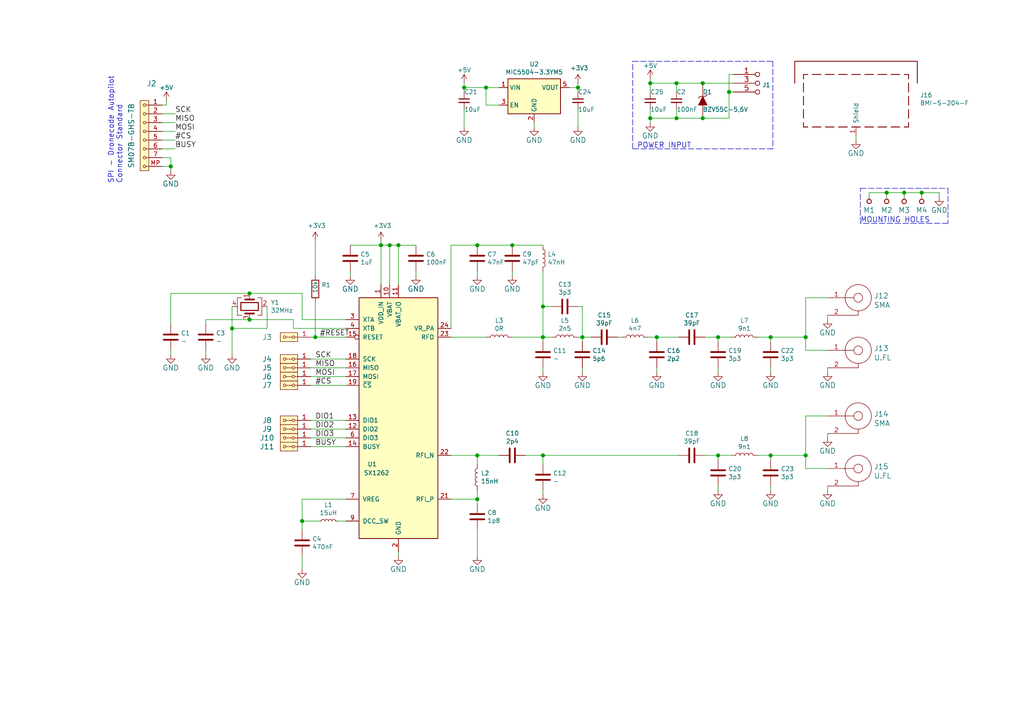
<source format=kicad_sch>
(kicad_sch (version 20201015) (generator eeschema)
  (page 1 1)
  (paper "A4")
  (title_block (title "ISM02A") (date "%F") (company "MLAB www.mlab.cz") (comment 2 "ISM RF module with LoRa network capability") (comment 3 "info@mlab.cz") (comment 4 "GPL 3.0") (comment 6 "jacho,cernohorsky"))
  (lib_symbols
    (symbol "ISM02A-rescue:C-Device-ISM02A-rescue" (pin_numbers hide) (pin_names (offset 0.254))
      (property "Reference" "C" (at 0.635 2.54 0))
      (property "Value" "C-Device-ISM02A-rescue" (at 0.635 -2.54 0))
      (symbol "C-Device-ISM02A-rescue_1_1"
        (pin passive line (at 0 3.81 270) (length 2.794) (name "~") (number "1"))
        (pin passive line (at 0 -3.81 90) (length 2.794) (name "~") (number "2"))
      )
    )
    (symbol "ISM02A-rescue:C_Small-Device-ISM02A-rescue" (pin_numbers hide) (pin_names (offset 0.254) hide)
      (property "Reference" "C" (at 0.254 1.778 0))
      (property "Value" "C_Small-Device-ISM02A-rescue" (at 0.254 -2.032 0))
      (symbol "C_Small-Device-ISM02A-rescue_1_1"
        (pin passive line (at 0 2.54 270) (length 2.032) (name "~") (number "1"))
        (pin passive line (at 0 -2.54 90) (length 2.032) (name "~") (number "2"))
      )
    )
    (symbol "ISM02A-rescue:Crystal_GND24-Device-ISM02A-rescue" (pin_names (offset 1.016) hide)
      (property "Reference" "Y" (at 3.175 5.08 0))
      (property "Value" "Crystal_GND24-Device-ISM02A-rescue" (at 3.175 3.175 0))
      (symbol "Crystal_GND24-Device-ISM02A-rescue_1_1"
        (pin passive line (at -3.81 0 0) (length 1.27) (name "1") (number "1"))
        (pin passive line (at 0 5.08 270) (length 1.27) (name "2") (number "2"))
        (pin passive line (at 3.81 0 180) (length 1.27) (name "3") (number "3"))
        (pin passive line (at 0 -5.08 90) (length 1.27) (name "4") (number "4"))
      )
    )
    (symbol "ISM02A-rescue:D_ZENER-MLAB_D" (pin_numbers hide) (pin_names (offset 1.016) hide)
      (property "Reference" "D" (at 0 2.54 0))
      (property "Value" "D_ZENER-MLAB_D" (at 0 -2.54 0))
      (symbol "D_ZENER-MLAB_D_1_1"
        (pin passive line (at -5.08 0 0) (length 3.81) (name "K") (number "1"))
        (pin passive line (at 5.08 0 180) (length 3.81) (name "A") (number "2"))
      )
    )
    (symbol "ISM02A-rescue:HEADER_2x01_PARALLEL-MLAB_HEADER" (pin_names (offset 1.016))
      (property "Reference" "J" (at 0 -2.54 0))
      (property "Value" "HEADER_2x01_PARALLEL-MLAB_HEADER" (at 0 2.54 0))
      (symbol "HEADER_2x01_PARALLEL-MLAB_HEADER_1_1"
        (pin input line (at -6.35 0 0) (length 3.81) (name "~") (number "1"))
        (pin input line (at -6.35 0 0) (length 3.81) hide (name "~") (number "2"))
      )
    )
    (symbol "ISM02A-rescue:HOLE-MLAB_MECHANICAL" (pin_numbers hide) (pin_names (offset 1.016) hide)
      (property "Reference" "M" (at 0 2.54 0))
      (property "Value" "HOLE-MLAB_MECHANICAL" (at 0 -2.54 0))
      (symbol "HOLE-MLAB_MECHANICAL_1_1"
        (pin input line (at 1.27 0 180) (length 0.635) (name "~") (number "1"))
      )
    )
    (symbol "ISM02A-rescue:JUMP_3X2-MLAB_Jumpers" (pin_names (offset 1.016) hide)
      (property "Reference" "J" (at -8.89 5.08 0))
      (symbol "JUMP_3X2-MLAB_Jumpers_1_1"
        (pin passive inverted (at -10.16 3.81 0) (length 7.62) (name "2") (number "1"))
        (pin passive inverted (at -10.16 3.81 0) (length 7.62) hide (name "2") (number "2"))
        (pin passive inverted (at -10.16 1.27 0) (length 7.62) (name "4") (number "3"))
        (pin passive inverted (at -10.16 1.27 0) (length 7.62) hide (name "4") (number "4"))
        (pin passive inverted (at -10.16 -1.27 0) (length 7.62) (name "6") (number "5"))
        (pin passive inverted (at -10.16 -1.27 0) (length 7.62) hide (name "6") (number "6"))
      )
    )
    (symbol "ISM02A-rescue:L-Device-ISM02A-rescue" (pin_numbers hide) (pin_names (offset 1.016) hide)
      (property "Reference" "L" (at -1.27 0 90))
      (property "Value" "L-Device-ISM02A-rescue" (at 1.905 0 90))
      (symbol "L-Device-ISM02A-rescue_1_1"
        (pin passive line (at 0 3.81 270) (length 1.27) (name "1") (number "1"))
        (pin passive line (at 0 -3.81 90) (length 1.27) (name "2") (number "2"))
      )
    )
    (symbol "ISM02A-rescue:L_Small-Device-ISM02A-rescue" (pin_numbers hide) (pin_names (offset 0.254) hide)
      (property "Reference" "L" (at 0.762 1.016 0))
      (property "Value" "L_Small-Device-ISM02A-rescue" (at 0.762 -1.016 0))
      (symbol "L_Small-Device-ISM02A-rescue_1_1"
        (pin passive line (at 0 2.54 270) (length 0.508) (name "~") (number "1"))
        (pin passive line (at 0 -2.54 90) (length 0.508) (name "~") (number "2"))
      )
    )
    (symbol "ISM02A-rescue:MIC5504-3.3YM5-Regulator_Linear-ISM02A-rescue"
      (property "Reference" "U" (at -7.62 8.89 0))
      (property "Value" "MIC5504-3.3YM5-Regulator_Linear-ISM02A-rescue" (at -7.62 6.35 0))
      (symbol "MIC5504-3.3YM5-Regulator_Linear-ISM02A-rescue_1_1"
        (pin power_in line (at -10.16 2.54 0) (length 2.54) (name "VIN") (number "1"))
        (pin power_in line (at 0 -7.62 90) (length 2.54) (name "GND") (number "2"))
        (pin input line (at -10.16 -2.54 0) (length 2.54) (name "EN") (number "3"))
        (pin unconnected line (at 7.62 -2.54 180) (length 2.54) hide (name "NC") (number "4"))
        (pin power_out line (at 10.16 2.54 180) (length 2.54) (name "VOUT") (number "5"))
      )
    )
    (symbol "ISM02A-rescue:R-Device-ISM02A-rescue" (pin_numbers hide) (pin_names (offset 0))
      (property "Reference" "R" (at 2.032 0 90))
      (property "Value" "R-Device-ISM02A-rescue" (at 0 0 90))
      (symbol "R-Device-ISM02A-rescue_1_1"
        (pin passive line (at 0 3.81 270) (length 1.27) (name "~") (number "1"))
        (pin passive line (at 0 -3.81 90) (length 1.27) (name "~") (number "2"))
      )
    )
    (symbol "ISM02A-rescue:RF_Shield_Two_Pieces-device" (pin_names (offset 1.016))
      (property "Reference" "J" (at 0 5.08 0))
      (property "Value" "RF_Shield_Two_Pieces-device" (at 0 2.54 0))
      (symbol "RF_Shield_Two_Pieces-device_1_1"
        (pin passive line (at 0 -10.16 90) (length 2.54) (name "Shield") (number "1"))
      )
    )
    (symbol "ISM02A-rescue:SM07B-GHS-TB-MLAB_CONNECTORS_JST-ISM02A-rescue" (pin_names (offset 1.016))
      (property "Reference" "J" (at 0 -11.43 0))
      (property "Value" "SM07B-GHS-TB-MLAB_CONNECTORS_JST-ISM02A-rescue" (at 0 11.43 0))
      (symbol "SM07B-GHS-TB-MLAB_CONNECTORS_JST-ISM02A-rescue_1_1"
        (pin input line (at -5.08 8.89 0) (length 3.81) (name "~") (number "1"))
        (pin input line (at -5.08 6.35 0) (length 3.81) (name "~") (number "2"))
        (pin input line (at -5.08 3.81 0) (length 3.81) (name "~") (number "3"))
        (pin input line (at -5.08 1.27 0) (length 3.81) (name "~") (number "4"))
        (pin input line (at -5.08 -1.27 0) (length 3.81) (name "~") (number "5"))
        (pin input line (at -5.08 -3.81 0) (length 3.81) (name "~") (number "6"))
        (pin input line (at -5.08 -6.35 0) (length 3.81) (name "~") (number "7"))
        (pin input line (at -5.08 -8.89 0) (length 3.81) (name "~") (number "MP"))
      )
    )
    (symbol "ISM02A-rescue:SMA-MLAB_CONNECTORS" (pin_names (offset 1.016))
      (property "Reference" "J" (at 0 5.08 0))
      (property "Value" "SMA-MLAB_CONNECTORS" (at 3.81 -5.08 0))
      (symbol "SMA-MLAB_CONNECTORS_1_1"
        (pin unspecified line (at -8.89 0 0) (length 5.08) (name "~") (number "1"))
        (pin unspecified line (at -8.89 -5.08 0) (length 5.08) (name "~") (number "2"))
      )
    )
    (symbol "ISM02A-rescue:SX1262-MLAB_IO-ISM02A-rescue" (pin_names (offset 1.016))
      (property "Reference" "U" (at -15.24 25.4 0))
      (property "Value" "SX1262-MLAB_IO-ISM02A-rescue" (at -15.24 22.86 0))
      (symbol "SX1262-MLAB_IO-ISM02A-rescue_1_1"
        (pin power_in line (at -5.08 25.4 270) (length 3.81) (name "VDD_IN") (number "1"))
        (pin power_in line (at -2.54 25.4 270) (length 3.81) (name "VBAT") (number "10"))
        (pin power_in line (at 0 25.4 270) (length 3.81) (name "VBAT_IO") (number "11"))
        (pin bidirectional line (at -15.24 -16.51 0) (length 3.81) (name "DIO2") (number "12"))
        (pin bidirectional line (at -15.24 -13.97 0) (length 3.81) (name "DIO1") (number "13"))
        (pin passive line (at -15.24 -21.59 0) (length 3.81) (name "BUSY") (number "14"))
        (pin input inverted (at -15.24 10.16 0) (length 3.81) (name "RESET") (number "15"))
        (pin output line (at -15.24 1.27 0) (length 3.81) (name "MISO") (number "16"))
        (pin input line (at -15.24 -1.27 0) (length 3.81) (name "MOSI") (number "17"))
        (pin input line (at -15.24 3.81 0) (length 3.81) (name "SCK") (number "18"))
        (pin input line (at -15.24 -3.81 0) (length 3.81) (name "~CS~") (number "19"))
        (pin power_in line (at 0 -52.07 90) (length 3.81) (name "GND") (number "2"))
        (pin passive line (at 0 -52.07 90) (length 3.81) hide (name "GND") (number "20"))
        (pin input line (at 15.24 -36.83 180) (length 3.81) (name "RFI_P") (number "21"))
        (pin input line (at 15.24 -24.13 180) (length 3.81) (name "RFI_N") (number "22"))
        (pin output line (at 15.24 10.16 180) (length 3.81) (name "RFO") (number "23"))
        (pin unspecified line (at 15.24 12.7 180) (length 3.81) (name "VR_PA") (number "24"))
        (pin power_in line (at 0 -52.07 90) (length 3.81) hide (name "GND") (number "25"))
        (pin bidirectional line (at -15.24 15.24 0) (length 3.81) (name "XTA") (number "3"))
        (pin bidirectional line (at -15.24 12.7 0) (length 3.81) (name "XTB") (number "4"))
        (pin passive line (at 0 -52.07 90) (length 3.81) hide (name "GND") (number "5"))
        (pin bidirectional line (at -15.24 -19.05 0) (length 3.81) (name "DIO3") (number "6"))
        (pin passive line (at -15.24 -36.83 0) (length 3.81) (name "VREG") (number "7"))
        (pin passive line (at 0 -52.07 90) (length 3.81) hide (name "GND") (number "8"))
        (pin passive line (at -15.24 -43.18 0) (length 3.81) (name "DCC_SW") (number "9"))
      )
    )
    (symbol "power:+3.3V" (power) (pin_names (offset 0))
      (property "Value" "+3.3V" (at 0 3.556 0))
      (symbol "+3.3V_1_1"
        (pin power_in line (at 0 0 90) (length 0) hide (name "+3V3") (number "1"))
      )
    )
    (symbol "power:+5V" (power) (pin_names (offset 0))
      (property "Value" "+5V" (at 0 3.556 0))
      (symbol "+5V_1_1"
        (pin power_in line (at 0 0 90) (length 0) hide (name "+5V") (number "1"))
      )
    )
    (symbol "power:GND" (power) (pin_names (offset 0))
      (property "Value" "GND" (at 0 -3.81 0))
      (symbol "GND_1_1"
        (pin power_in line (at 0 0 270) (length 0) hide (name "GND") (number "1"))
      )
    )
  )
  (junction (at 49.53 48.26) (diameter 1.016))
  (junction (at 67.31 95.25) (diameter 1.016))
  (junction (at 72.39 85.09) (diameter 1.016))
  (junction (at 72.39 92.71) (diameter 1.016))
  (junction (at 87.63 151.13) (diameter 1.016))
  (junction (at 91.44 97.79) (diameter 1.016))
  (junction (at 110.49 71.12) (diameter 1.016))
  (junction (at 113.03 71.12) (diameter 1.016))
  (junction (at 115.57 71.12) (diameter 1.016))
  (junction (at 134.62 25.4) (diameter 1.016))
  (junction (at 138.43 71.12) (diameter 1.016))
  (junction (at 138.43 132.08) (diameter 1.016))
  (junction (at 138.43 144.78) (diameter 1.016))
  (junction (at 140.97 25.4) (diameter 1.016))
  (junction (at 148.59 71.12) (diameter 1.016))
  (junction (at 157.48 88.9) (diameter 1.016))
  (junction (at 157.48 97.79) (diameter 1.016))
  (junction (at 157.48 132.08) (diameter 1.016))
  (junction (at 167.64 25.4) (diameter 1.016))
  (junction (at 168.91 97.79) (diameter 1.016))
  (junction (at 188.595 24.13) (diameter 1.016))
  (junction (at 188.595 34.29) (diameter 1.016))
  (junction (at 190.5 97.79) (diameter 1.016))
  (junction (at 196.215 24.13) (diameter 1.016))
  (junction (at 196.215 34.29) (diameter 1.016))
  (junction (at 203.835 24.13) (diameter 1.016))
  (junction (at 203.835 34.29) (diameter 1.016))
  (junction (at 208.28 97.79) (diameter 1.016))
  (junction (at 208.28 132.08) (diameter 1.016))
  (junction (at 211.455 26.67) (diameter 1.016))
  (junction (at 223.52 97.79) (diameter 1.016))
  (junction (at 223.52 132.08) (diameter 1.016))
  (junction (at 233.68 97.79) (diameter 1.016))
  (junction (at 233.68 132.08) (diameter 1.016))
  (junction (at 257.175 55.88) (diameter 1.016))
  (junction (at 262.255 55.88) (diameter 1.016))
  (junction (at 267.335 55.88) (diameter 1.016))
  (wire (pts (xy 46.99 30.48) (xy 48.26 30.48)))
  (wire (pts (xy 46.99 33.02) (xy 50.8 33.02)))
  (wire (pts (xy 46.99 35.56) (xy 50.8 35.56)))
  (wire (pts (xy 46.99 38.1) (xy 50.8 38.1)))
  (wire (pts (xy 46.99 40.64) (xy 50.8 40.64)))
  (wire (pts (xy 46.99 43.18) (xy 50.8 43.18)))
  (wire (pts (xy 46.99 45.72) (xy 49.53 45.72)))
  (wire (pts (xy 46.99 48.26) (xy 49.53 48.26)))
  (wire (pts (xy 48.26 30.48) (xy 48.26 29.21)))
  (wire (pts (xy 49.53 45.72) (xy 49.53 48.26)))
  (wire (pts (xy 49.53 48.26) (xy 49.53 49.53)))
  (wire (pts (xy 49.53 85.09) (xy 49.53 93.98)))
  (wire (pts (xy 49.53 85.09) (xy 72.39 85.09)))
  (wire (pts (xy 49.53 101.6) (xy 49.53 102.87)))
  (wire (pts (xy 59.69 92.71) (xy 59.69 93.98)))
  (wire (pts (xy 59.69 92.71) (xy 72.39 92.71)))
  (wire (pts (xy 59.69 101.6) (xy 59.69 102.87)))
  (wire (pts (xy 67.31 88.9) (xy 67.31 95.25)))
  (wire (pts (xy 67.31 95.25) (xy 67.31 102.87)))
  (wire (pts (xy 72.39 85.09) (xy 87.63 85.09)))
  (wire (pts (xy 72.39 92.71) (xy 85.09 92.71)))
  (wire (pts (xy 77.47 88.9) (xy 77.47 95.25)))
  (wire (pts (xy 77.47 95.25) (xy 67.31 95.25)))
  (wire (pts (xy 85.09 92.71) (xy 85.09 95.25)))
  (wire (pts (xy 85.09 95.25) (xy 100.33 95.25)))
  (wire (pts (xy 87.63 92.71) (xy 87.63 85.09)))
  (wire (pts (xy 87.63 144.78) (xy 87.63 151.13)))
  (wire (pts (xy 87.63 151.13) (xy 87.63 153.67)))
  (wire (pts (xy 87.63 161.29) (xy 87.63 165.1)))
  (wire (pts (xy 90.17 97.79) (xy 91.44 97.79)))
  (wire (pts (xy 90.17 104.14) (xy 100.33 104.14)))
  (wire (pts (xy 90.17 106.68) (xy 100.33 106.68)))
  (wire (pts (xy 90.17 109.22) (xy 100.33 109.22)))
  (wire (pts (xy 90.17 111.76) (xy 100.33 111.76)))
  (wire (pts (xy 90.17 121.92) (xy 100.33 121.92)))
  (wire (pts (xy 90.17 124.46) (xy 100.33 124.46)))
  (wire (pts (xy 90.17 127) (xy 100.33 127)))
  (wire (pts (xy 90.17 129.54) (xy 100.33 129.54)))
  (wire (pts (xy 91.44 69.85) (xy 91.44 80.01)))
  (wire (pts (xy 91.44 87.63) (xy 91.44 97.79)))
  (wire (pts (xy 91.44 97.79) (xy 100.33 97.79)))
  (wire (pts (xy 92.71 151.13) (xy 87.63 151.13)))
  (wire (pts (xy 100.33 92.71) (xy 87.63 92.71)))
  (wire (pts (xy 100.33 144.78) (xy 87.63 144.78)))
  (wire (pts (xy 100.33 151.13) (xy 97.79 151.13)))
  (wire (pts (xy 101.6 71.12) (xy 110.49 71.12)))
  (wire (pts (xy 101.6 78.74) (xy 101.6 80.01)))
  (wire (pts (xy 110.49 69.85) (xy 110.49 71.12)))
  (wire (pts (xy 110.49 71.12) (xy 110.49 82.55)))
  (wire (pts (xy 110.49 71.12) (xy 113.03 71.12)))
  (wire (pts (xy 113.03 71.12) (xy 113.03 82.55)))
  (wire (pts (xy 113.03 71.12) (xy 115.57 71.12)))
  (wire (pts (xy 115.57 71.12) (xy 115.57 82.55)))
  (wire (pts (xy 115.57 71.12) (xy 120.65 71.12)))
  (wire (pts (xy 115.57 160.02) (xy 115.57 161.29)))
  (wire (pts (xy 120.65 78.74) (xy 120.65 80.01)))
  (wire (pts (xy 130.81 71.12) (xy 138.43 71.12)))
  (wire (pts (xy 130.81 95.25) (xy 130.81 71.12)))
  (wire (pts (xy 130.81 97.79) (xy 140.97 97.79)))
  (wire (pts (xy 130.81 132.08) (xy 138.43 132.08)))
  (wire (pts (xy 130.81 144.78) (xy 138.43 144.78)))
  (wire (pts (xy 134.62 24.13) (xy 134.62 25.4)))
  (wire (pts (xy 134.62 25.4) (xy 134.62 26.67)))
  (wire (pts (xy 134.62 31.75) (xy 134.62 36.83)))
  (wire (pts (xy 138.43 71.12) (xy 148.59 71.12)))
  (wire (pts (xy 138.43 78.74) (xy 138.43 80.01)))
  (wire (pts (xy 138.43 132.08) (xy 144.78 132.08)))
  (wire (pts (xy 138.43 134.62) (xy 138.43 132.08)))
  (wire (pts (xy 138.43 144.78) (xy 138.43 142.24)))
  (wire (pts (xy 138.43 144.78) (xy 138.43 146.05)))
  (wire (pts (xy 138.43 153.67) (xy 138.43 161.29)))
  (wire (pts (xy 140.97 25.4) (xy 134.62 25.4)))
  (wire (pts (xy 140.97 25.4) (xy 144.78 25.4)))
  (wire (pts (xy 140.97 30.48) (xy 140.97 25.4)))
  (wire (pts (xy 144.78 30.48) (xy 140.97 30.48)))
  (wire (pts (xy 148.59 71.12) (xy 157.48 71.12)))
  (wire (pts (xy 148.59 78.74) (xy 148.59 80.01)))
  (wire (pts (xy 152.4 132.08) (xy 157.48 132.08)))
  (wire (pts (xy 154.94 35.56) (xy 154.94 36.83)))
  (wire (pts (xy 157.48 78.74) (xy 157.48 88.9)))
  (wire (pts (xy 157.48 88.9) (xy 157.48 97.79)))
  (wire (pts (xy 157.48 88.9) (xy 160.02 88.9)))
  (wire (pts (xy 157.48 97.79) (xy 148.59 97.79)))
  (wire (pts (xy 157.48 97.79) (xy 157.48 99.06)))
  (wire (pts (xy 157.48 97.79) (xy 160.02 97.79)))
  (wire (pts (xy 157.48 106.68) (xy 157.48 107.95)))
  (wire (pts (xy 157.48 132.08) (xy 157.48 134.62)))
  (wire (pts (xy 157.48 132.08) (xy 196.85 132.08)))
  (wire (pts (xy 157.48 142.24) (xy 157.48 143.51)))
  (wire (pts (xy 165.1 25.4) (xy 167.64 25.4)))
  (wire (pts (xy 167.64 25.4) (xy 167.64 24.13)))
  (wire (pts (xy 167.64 26.67) (xy 167.64 25.4)))
  (wire (pts (xy 167.64 31.75) (xy 167.64 36.83)))
  (wire (pts (xy 167.64 88.9) (xy 168.91 88.9)))
  (wire (pts (xy 167.64 97.79) (xy 168.91 97.79)))
  (wire (pts (xy 168.91 88.9) (xy 168.91 97.79)))
  (wire (pts (xy 168.91 97.79) (xy 168.91 99.06)))
  (wire (pts (xy 168.91 97.79) (xy 171.45 97.79)))
  (wire (pts (xy 168.91 106.68) (xy 168.91 107.95)))
  (wire (pts (xy 179.07 97.79) (xy 180.34 97.79)))
  (wire (pts (xy 187.96 97.79) (xy 190.5 97.79)))
  (wire (pts (xy 188.595 22.86) (xy 188.595 24.13)))
  (wire (pts (xy 188.595 24.13) (xy 188.595 26.67)))
  (wire (pts (xy 188.595 31.75) (xy 188.595 34.29)))
  (wire (pts (xy 188.595 34.29) (xy 188.595 35.56)))
  (wire (pts (xy 190.5 97.79) (xy 196.85 97.79)))
  (wire (pts (xy 190.5 99.06) (xy 190.5 97.79)))
  (wire (pts (xy 190.5 106.68) (xy 190.5 107.95)))
  (wire (pts (xy 196.215 24.13) (xy 188.595 24.13)))
  (wire (pts (xy 196.215 24.13) (xy 196.215 26.67)))
  (wire (pts (xy 196.215 31.75) (xy 196.215 34.29)))
  (wire (pts (xy 196.215 34.29) (xy 188.595 34.29)))
  (wire (pts (xy 196.215 34.29) (xy 203.835 34.29)))
  (wire (pts (xy 203.835 24.13) (xy 196.215 24.13)))
  (wire (pts (xy 203.835 24.13) (xy 212.725 24.13)))
  (wire (pts (xy 203.835 34.29) (xy 211.455 34.29)))
  (wire (pts (xy 204.47 97.79) (xy 208.28 97.79)))
  (wire (pts (xy 204.47 132.08) (xy 208.28 132.08)))
  (wire (pts (xy 208.28 97.79) (xy 212.09 97.79)))
  (wire (pts (xy 208.28 99.06) (xy 208.28 97.79)))
  (wire (pts (xy 208.28 106.68) (xy 208.28 107.95)))
  (wire (pts (xy 208.28 132.08) (xy 212.09 132.08)))
  (wire (pts (xy 208.28 133.35) (xy 208.28 132.08)))
  (wire (pts (xy 208.28 140.97) (xy 208.28 142.24)))
  (wire (pts (xy 211.455 21.59) (xy 211.455 26.67)))
  (wire (pts (xy 211.455 26.67) (xy 211.455 34.29)))
  (wire (pts (xy 212.725 21.59) (xy 211.455 21.59)))
  (wire (pts (xy 212.725 26.67) (xy 211.455 26.67)))
  (wire (pts (xy 219.71 97.79) (xy 223.52 97.79)))
  (wire (pts (xy 219.71 132.08) (xy 223.52 132.08)))
  (wire (pts (xy 223.52 97.79) (xy 223.52 99.06)))
  (wire (pts (xy 223.52 97.79) (xy 233.68 97.79)))
  (wire (pts (xy 223.52 106.68) (xy 223.52 107.95)))
  (wire (pts (xy 223.52 132.08) (xy 223.52 133.35)))
  (wire (pts (xy 223.52 132.08) (xy 233.68 132.08)))
  (wire (pts (xy 223.52 140.97) (xy 223.52 142.24)))
  (wire (pts (xy 233.68 86.36) (xy 240.03 86.36)))
  (wire (pts (xy 233.68 97.79) (xy 233.68 86.36)))
  (wire (pts (xy 233.68 97.79) (xy 233.68 101.6)))
  (wire (pts (xy 233.68 101.6) (xy 240.03 101.6)))
  (wire (pts (xy 233.68 120.65) (xy 240.03 120.65)))
  (wire (pts (xy 233.68 132.08) (xy 233.68 120.65)))
  (wire (pts (xy 233.68 132.08) (xy 233.68 135.89)))
  (wire (pts (xy 233.68 135.89) (xy 240.03 135.89)))
  (wire (pts (xy 240.03 91.44) (xy 240.03 92.71)))
  (wire (pts (xy 240.03 106.68) (xy 240.03 107.95)))
  (wire (pts (xy 240.03 125.73) (xy 240.03 127)))
  (wire (pts (xy 240.03 140.97) (xy 240.03 142.24)))
  (wire (pts (xy 248.285 39.37) (xy 248.285 40.64)))
  (wire (pts (xy 252.095 55.88) (xy 252.095 57.15)))
  (wire (pts (xy 257.175 55.88) (xy 252.095 55.88)))
  (wire (pts (xy 257.175 57.15) (xy 257.175 55.88)))
  (wire (pts (xy 262.255 55.88) (xy 257.175 55.88)))
  (wire (pts (xy 262.255 57.15) (xy 262.255 55.88)))
  (wire (pts (xy 267.335 55.88) (xy 262.255 55.88)))
  (wire (pts (xy 267.335 57.15) (xy 267.335 55.88)))
  (wire (pts (xy 272.415 55.88) (xy 267.335 55.88)))
  (wire (pts (xy 272.415 57.15) (xy 272.415 55.88)))
  (polyline (pts (xy 183.515 17.78) (xy 224.155 17.78)) (stroke (width 0) (type dash)))
  (polyline (pts (xy 183.515 43.18) (xy 183.515 17.78)) (stroke (width 0) (type dash)))
  (polyline (pts (xy 224.155 17.78) (xy 224.155 43.18)) (stroke (width 0) (type dash)))
  (polyline (pts (xy 224.155 43.18) (xy 183.515 43.18)) (stroke (width 0) (type dash)))
  (polyline (pts (xy 249.555 54.61) (xy 274.955 54.61)) (stroke (width 0) (type dash)))
  (polyline (pts (xy 249.555 64.77) (xy 249.555 54.61)) (stroke (width 0) (type dash)))
  (polyline (pts (xy 274.955 54.61) (xy 274.955 64.77)) (stroke (width 0) (type dash)))
  (polyline (pts (xy 274.955 64.77) (xy 249.555 64.77)) (stroke (width 0) (type dash)))
  (text "SPI - Dronecode Autopilot\nConnector Standard" (at 35.56 53.34 90) (effects (font (size 1.524 1.524)) (justify left bottom)))
  (text "POWER INPUT" (at 184.785 43.18 0) (effects (font (size 1.524 1.524)) (justify left bottom)))
  (text "MOUNTING HOLES" (at 249.555 64.77 0) (effects (font (size 1.524 1.524)) (justify left bottom)))
  (label "SCK" (at 50.8 33.02 0) (effects (font (size 1.524 1.524))))
  (label "MISO" (at 50.8 35.56 0) (effects (font (size 1.524 1.524))))
  (label "MOSI" (at 50.8 38.1 0) (effects (font (size 1.524 1.524))))
  (label "#CS" (at 50.8 40.64 0) (effects (font (size 1.524 1.524))))
  (label "BUSY" (at 50.8 43.18 0) (effects (font (size 1.524 1.524))))
  (label "SCK" (at 91.44 104.14 0) (effects (font (size 1.524 1.524))))
  (label "MISO" (at 91.44 106.68 0) (effects (font (size 1.524 1.524))))
  (label "MOSI" (at 91.44 109.22 0) (effects (font (size 1.524 1.524))))
  (label "#CS" (at 91.44 111.76 0) (effects (font (size 1.524 1.524))))
  (label "DIO1" (at 91.44 121.92 0) (effects (font (size 1.524 1.524))))
  (label "DIO2" (at 91.44 124.46 0) (effects (font (size 1.524 1.524))))
  (label "DIO3" (at 91.44 127 0) (effects (font (size 1.524 1.524))))
  (label "BUSY" (at 91.44 129.54 0) (effects (font (size 1.524 1.524))))
  (label "#RESET" (at 92.71 97.79 0) (effects (font (size 1.524 1.524))))
  (symbol (lib_id "ISM02A-rescue:HOLE-MLAB_MECHANICAL") (at 252.095 58.42 90) (unit 1)
    (property "Reference" "M1" (at 252.095 60.96 90) (effects (font (size 1.524 1.524))))
    (property "Value" "HOLE" (effects hide))
    (property "Footprint" "Mlab_Mechanical:MountingHole_3mm" (effects hide))
  )
  (symbol (lib_id "ISM02A-rescue:HOLE-MLAB_MECHANICAL") (at 257.175 58.42 90) (unit 1)
    (property "Reference" "M2" (at 257.175 60.96 90) (effects (font (size 1.524 1.524))))
    (property "Value" "HOLE" (effects hide))
    (property "Footprint" "Mlab_Mechanical:MountingHole_3mm" (effects hide))
  )
  (symbol (lib_id "ISM02A-rescue:HOLE-MLAB_MECHANICAL") (at 262.255 58.42 90) (unit 1)
    (property "Reference" "M3" (at 262.255 60.96 90) (effects (font (size 1.524 1.524))))
    (property "Value" "HOLE" (effects hide))
    (property "Footprint" "Mlab_Mechanical:MountingHole_3mm" (effects hide))
  )
  (symbol (lib_id "ISM02A-rescue:HOLE-MLAB_MECHANICAL") (at 267.335 58.42 90) (unit 1)
    (property "Reference" "M4" (at 267.335 60.96 90) (effects (font (size 1.524 1.524))))
    (property "Value" "HOLE" (effects hide))
    (property "Footprint" "Mlab_Mechanical:MountingHole_3mm" (effects hide))
  )
  (symbol (lib_id "ISM02A-rescue:L_Small-Device-ISM02A-rescue") (at 95.25 151.13 90) (unit 1)
    (property "Reference" "L1" (at 95.25 146.431 90))
    (property "Value" "15uH" (at 95.25 148.7424 90))
    (property "Footprint" "Mlab_R:SMD-0805" (effects hide))
    (property "MFPN" "MLZ2012M150W 0805" (effects hide))
    (property "UST_ID" "5dad55e8128750448eca1941" (effects hide))
  )
  (symbol (lib_id "power:+5V") (at 48.26 29.21 0) (unit 1)
    (property "Reference" "#PWR0122" (effects hide))
    (property "Value" "+5V" (at 48.26 25.4 0))
  )
  (symbol (lib_id "power:+3.3V") (at 91.44 69.85 0) (unit 1)
    (property "Reference" "#PWR0113" (effects hide))
    (property "Value" "+3.3V" (at 91.821 65.4558 0))
  )
  (symbol (lib_id "power:+3.3V") (at 110.49 69.85 0) (unit 1)
    (property "Reference" "#PWR0107" (effects hide))
    (property "Value" "+3.3V" (at 110.871 65.4558 0))
  )
  (symbol (lib_id "power:+5V") (at 134.62 24.13 0) (unit 1)
    (property "Reference" "#PWR0102" (effects hide))
    (property "Value" "+5V" (at 134.62 20.32 0))
  )
  (symbol (lib_id "power:+3.3V") (at 167.64 24.13 0) (unit 1)
    (property "Reference" "#PWR0105" (effects hide))
    (property "Value" "+3.3V" (at 168.021 19.7358 0))
  )
  (symbol (lib_id "power:+5V") (at 188.595 22.86 0) (unit 1)
    (property "Reference" "#PWR0101" (effects hide))
    (property "Value" "+5V" (at 188.595 19.05 0))
  )
  (symbol (lib_id "ISM02A-rescue:L-Device-ISM02A-rescue") (at 138.43 138.43 180) (unit 1)
    (property "Reference" "L2" (at 139.4714 137.2616 0) (effects (justify right)))
    (property "Value" "15nH" (at 139.4714 139.573 0) (effects (justify right)))
    (property "Footprint" "Inductor_SMD:L_0402_1005Metric" (effects hide))
    (property "MFPN" "LQW15AN15NH00D" (effects hide))
    (property "UST_ID" "5dad566c128750448eca1959" (effects hide))
  )
  (symbol (lib_id "ISM02A-rescue:L-Device-ISM02A-rescue") (at 144.78 97.79 90) (unit 1)
    (property "Reference" "L3" (at 144.78 92.964 90))
    (property "Value" "0R" (at 144.78 95.2754 90))
    (property "Footprint" "Inductor_SMD:L_0402_1005Metric" (effects hide))
    (property "UST_ID" "5c70984512875079b91f8949" (effects hide))
  )
  (symbol (lib_id "ISM02A-rescue:L-Device-ISM02A-rescue") (at 157.48 74.93 0) (unit 1)
    (property "Reference" "L4" (at 158.8262 73.7616 0) (effects (justify left)))
    (property "Value" "47nH" (at 158.8262 76.073 0) (effects (justify left)))
    (property "Footprint" "Inductor_SMD:L_0402_1005Metric" (effects hide))
    (property "MFPN" "LQW15AN47NJ00D" (effects hide))
    (property "UST_ID" "5dad56ba128750448eca1968" (effects hide))
  )
  (symbol (lib_id "ISM02A-rescue:L-Device-ISM02A-rescue") (at 163.83 97.79 90) (unit 1)
    (property "Reference" "L5" (at 163.83 92.964 90))
    (property "Value" "2n5" (at 163.83 95.2754 90))
    (property "Footprint" "Inductor_SMD:L_0402_1005Metric" (effects hide))
    (property "MFPN" "LQW15AN2N5C00D" (effects hide))
    (property "UST_ID" "5dad56ff128750448eca1975" (effects hide))
  )
  (symbol (lib_id "ISM02A-rescue:L-Device-ISM02A-rescue") (at 184.15 97.79 90) (unit 1)
    (property "Reference" "L6" (at 184.15 92.964 90))
    (property "Value" "4n7" (at 184.15 95.2754 90))
    (property "Footprint" "Inductor_SMD:L_0402_1005Metric" (effects hide))
    (property "MFPN" "LQW15AN4N7C00D" (effects hide))
    (property "UST_ID" "5dad574f128750448eca1986" (effects hide))
  )
  (symbol (lib_id "ISM02A-rescue:L-Device-ISM02A-rescue") (at 215.9 97.79 90) (unit 1)
    (property "Reference" "L7" (at 215.9 92.964 90))
    (property "Value" "9n1" (at 215.9 95.2754 90))
    (property "Footprint" "Inductor_SMD:L_0402_1005Metric" (effects hide))
    (property "MFPN" "LQW15AN9N1H00D" (effects hide))
    (property "UST_ID" "5dad5789128750448eca1995" (effects hide))
  )
  (symbol (lib_id "ISM02A-rescue:L-Device-ISM02A-rescue") (at 215.9 132.08 90) (unit 1)
    (property "Reference" "L8" (at 215.9 127.254 90))
    (property "Value" "9n1" (at 215.9 129.5654 90))
    (property "Footprint" "Inductor_SMD:L_0402_1005Metric" (effects hide))
    (property "MFPN" "LQW15AN9N1H00D" (effects hide))
    (property "UST_ID" "5dad5789128750448eca1995" (effects hide))
  )
  (symbol (lib_id "power:GND") (at 49.53 49.53 0) (unit 1)
    (property "Reference" "#PWR0121" (effects hide))
    (property "Value" "GND" (at 49.53 53.34 0) (effects (font (size 1.524 1.524))))
  )
  (symbol (lib_id "power:GND") (at 49.53 102.87 0) (unit 1)
    (property "Reference" "#PWR0108" (effects hide))
    (property "Value" "GND" (at 49.53 106.68 0) (effects (font (size 1.524 1.524))))
  )
  (symbol (lib_id "power:GND") (at 59.69 102.87 0) (unit 1)
    (property "Reference" "#PWR0109" (effects hide))
    (property "Value" "GND" (at 59.69 106.68 0) (effects (font (size 1.524 1.524))))
  )
  (symbol (lib_id "power:GND") (at 67.31 102.87 0) (unit 1)
    (property "Reference" "#PWR0132" (effects hide))
    (property "Value" "GND" (at 67.31 106.68 0) (effects (font (size 1.524 1.524))))
  )
  (symbol (lib_id "power:GND") (at 87.63 165.1 0) (unit 1)
    (property "Reference" "#PWR0111" (effects hide))
    (property "Value" "GND" (at 87.63 168.91 0) (effects (font (size 1.524 1.524))))
  )
  (symbol (lib_id "power:GND") (at 101.6 80.01 0) (unit 1)
    (property "Reference" "#PWR0106" (effects hide))
    (property "Value" "GND" (at 101.6 83.82 0) (effects (font (size 1.524 1.524))))
  )
  (symbol (lib_id "power:GND") (at 115.57 161.29 0) (unit 1)
    (property "Reference" "#PWR0112" (effects hide))
    (property "Value" "GND" (at 115.57 165.1 0) (effects (font (size 1.524 1.524))))
  )
  (symbol (lib_id "power:GND") (at 120.65 80.01 0) (unit 1)
    (property "Reference" "#PWR0110" (effects hide))
    (property "Value" "GND" (at 120.65 83.82 0) (effects (font (size 1.524 1.524))))
  )
  (symbol (lib_id "power:GND") (at 134.62 36.83 0) (unit 1)
    (property "Reference" "#PWR0123" (effects hide))
    (property "Value" "GND" (at 134.62 40.64 0) (effects (font (size 1.524 1.524))))
  )
  (symbol (lib_id "power:GND") (at 138.43 80.01 0) (unit 1)
    (property "Reference" "#PWR0114" (effects hide))
    (property "Value" "GND" (at 138.43 83.82 0) (effects (font (size 1.524 1.524))))
  )
  (symbol (lib_id "power:GND") (at 138.43 161.29 0) (unit 1)
    (property "Reference" "#PWR0119" (effects hide))
    (property "Value" "GND" (at 138.43 165.1 0) (effects (font (size 1.524 1.524))))
  )
  (symbol (lib_id "power:GND") (at 148.59 80.01 0) (unit 1)
    (property "Reference" "#PWR0115" (effects hide))
    (property "Value" "GND" (at 148.59 83.82 0) (effects (font (size 1.524 1.524))))
  )
  (symbol (lib_id "power:GND") (at 154.94 36.83 0) (unit 1)
    (property "Reference" "#PWR0103" (effects hide))
    (property "Value" "GND" (at 154.94 40.64 0) (effects (font (size 1.524 1.524))))
  )
  (symbol (lib_id "power:GND") (at 157.48 107.95 0) (unit 1)
    (property "Reference" "#PWR0116" (effects hide))
    (property "Value" "GND" (at 157.48 111.76 0) (effects (font (size 1.524 1.524))))
  )
  (symbol (lib_id "power:GND") (at 157.48 143.51 0) (unit 1)
    (property "Reference" "#PWR0120" (effects hide))
    (property "Value" "GND" (at 157.48 147.32 0) (effects (font (size 1.524 1.524))))
  )
  (symbol (lib_id "power:GND") (at 167.64 36.83 0) (unit 1)
    (property "Reference" "#PWR0104" (effects hide))
    (property "Value" "GND" (at 167.64 40.64 0) (effects (font (size 1.524 1.524))))
  )
  (symbol (lib_id "power:GND") (at 168.91 107.95 0) (unit 1)
    (property "Reference" "#PWR0117" (effects hide))
    (property "Value" "GND" (at 168.91 111.76 0) (effects (font (size 1.524 1.524))))
  )
  (symbol (lib_id "power:GND") (at 188.595 35.56 0) (unit 1)
    (property "Reference" "#PWR02" (effects hide))
    (property "Value" "GND" (at 188.595 39.37 0) (effects (font (size 1.524 1.524))))
  )
  (symbol (lib_id "power:GND") (at 190.5 107.95 0) (unit 1)
    (property "Reference" "#PWR0118" (effects hide))
    (property "Value" "GND" (at 190.5 111.76 0) (effects (font (size 1.524 1.524))))
  )
  (symbol (lib_id "power:GND") (at 208.28 107.95 0) (unit 1)
    (property "Reference" "#PWR0124" (effects hide))
    (property "Value" "GND" (at 208.28 111.76 0) (effects (font (size 1.524 1.524))))
  )
  (symbol (lib_id "power:GND") (at 208.28 142.24 0) (unit 1)
    (property "Reference" "#PWR0128" (effects hide))
    (property "Value" "GND" (at 208.28 146.05 0) (effects (font (size 1.524 1.524))))
  )
  (symbol (lib_id "power:GND") (at 223.52 107.95 0) (unit 1)
    (property "Reference" "#PWR0125" (effects hide))
    (property "Value" "GND" (at 223.52 111.76 0) (effects (font (size 1.524 1.524))))
  )
  (symbol (lib_id "power:GND") (at 223.52 142.24 0) (unit 1)
    (property "Reference" "#PWR0129" (effects hide))
    (property "Value" "GND" (at 223.52 146.05 0) (effects (font (size 1.524 1.524))))
  )
  (symbol (lib_id "power:GND") (at 240.03 92.71 0) (unit 1)
    (property "Reference" "#PWR0126" (effects hide))
    (property "Value" "GND" (at 240.03 96.52 0) (effects (font (size 1.524 1.524))))
  )
  (symbol (lib_id "power:GND") (at 240.03 107.95 0) (unit 1)
    (property "Reference" "#PWR0127" (effects hide))
    (property "Value" "GND" (at 240.03 111.76 0) (effects (font (size 1.524 1.524))))
  )
  (symbol (lib_id "power:GND") (at 240.03 127 0) (unit 1)
    (property "Reference" "#PWR0130" (effects hide))
    (property "Value" "GND" (at 240.03 130.81 0) (effects (font (size 1.524 1.524))))
  )
  (symbol (lib_id "power:GND") (at 240.03 142.24 0) (unit 1)
    (property "Reference" "#PWR0131" (effects hide))
    (property "Value" "GND" (at 240.03 146.05 0) (effects (font (size 1.524 1.524))))
  )
  (symbol (lib_id "power:GND") (at 248.285 40.64 0) (unit 1)
    (property "Reference" "#PWR0133" (effects hide))
    (property "Value" "GND" (at 248.285 44.45 0) (effects (font (size 1.524 1.524))))
  )
  (symbol (lib_id "power:GND") (at 272.415 57.15 0) (unit 1)
    (property "Reference" "#PWR03" (effects hide))
    (property "Value" "GND" (at 272.415 60.96 0) (effects (font (size 1.524 1.524))))
  )
  (symbol (lib_id "ISM02A-rescue:R-Device-ISM02A-rescue") (at 91.44 83.82 0) (unit 1)
    (property "Reference" "R1" (at 93.218 82.6516 0) (effects (justify left)))
    (property "Value" "10k" (at 91.44 85.09 90) (effects (justify left)))
    (property "Footprint" "Mlab_R:SMD-0805" (effects hide))
    (property "UST_ID" "5c70984612875079b91f899f" (effects hide))
  )
  (symbol (lib_id "ISM02A-rescue:C_Small-Device-ISM02A-rescue") (at 134.62 29.21 0) (unit 1)
    (property "Reference" "C21" (at 134.62 26.67 0) (effects (justify left)))
    (property "Value" "10uF" (at 134.62 31.75 0) (effects (justify left)))
    (property "Footprint" "Mlab_R:SMD-0805" (effects hide))
    (property "UST_ID" "5c70984812875079b91f8bbe" (effects hide))
  )
  (symbol (lib_id "ISM02A-rescue:C_Small-Device-ISM02A-rescue") (at 167.64 29.21 0) (unit 1)
    (property "Reference" "C24" (at 167.64 26.67 0) (effects (justify left)))
    (property "Value" "10uF" (at 167.64 31.75 0) (effects (justify left)))
    (property "Footprint" "Mlab_R:SMD-0805" (effects hide))
    (property "UST_ID" "5c70984812875079b91f8bbe" (effects hide))
  )
  (symbol (lib_id "ISM02A-rescue:C_Small-Device-ISM02A-rescue") (at 188.595 29.21 0) (unit 1)
    (property "Reference" "C25" (at 188.595 26.67 0) (effects (justify left)))
    (property "Value" "10uF" (at 188.595 31.75 0) (effects (justify left)))
    (property "Footprint" "Mlab_R:SMD-0805" (effects hide))
    (property "UST_ID" "5c70984812875079b91f8bbe" (effects hide))
  )
  (symbol (lib_id "ISM02A-rescue:C_Small-Device-ISM02A-rescue") (at 196.215 29.21 0) (unit 1)
    (property "Reference" "C2" (at 196.215 26.67 0) (effects (justify left)))
    (property "Value" "100nF" (at 196.215 31.75 0) (effects (justify left)))
    (property "Footprint" "Capacitor_SMD:C_0603_1608Metric_Pad1.05x0.95mm_HandSolder" (effects hide))
    (property "UST_id" "C0805_100n" (effects hide))
    (property "UST_ID" "5c70984812875079b91f8bf2" (effects hide))
  )
  (symbol (lib_id "ISM02A-rescue:HEADER_2x01_PARALLEL-MLAB_HEADER") (at 83.82 97.79 180) (unit 1)
    (property "Reference" "J3" (at 77.47 97.79 0) (effects (font (size 1.524 1.524))))
    (property "Value" "HEADER_2x01_PARALLEL" (effects hide))
    (property "Footprint" "Mlab_Pin_Headers:Straight_2x01" (effects hide))
  )
  (symbol (lib_id "ISM02A-rescue:HEADER_2x01_PARALLEL-MLAB_HEADER") (at 83.82 104.14 180) (unit 1)
    (property "Reference" "J4" (at 77.47 104.14 0) (effects (font (size 1.524 1.524))))
    (property "Value" "HEADER_2x01_PARALLEL" (effects hide))
    (property "Footprint" "Mlab_Pin_Headers:Straight_2x01" (effects hide))
  )
  (symbol (lib_id "ISM02A-rescue:HEADER_2x01_PARALLEL-MLAB_HEADER") (at 83.82 106.68 180) (unit 1)
    (property "Reference" "J5" (at 77.47 106.68 0) (effects (font (size 1.524 1.524))))
    (property "Value" "HEADER_2x01_PARALLEL" (effects hide))
    (property "Footprint" "Mlab_Pin_Headers:Straight_2x01" (effects hide))
  )
  (symbol (lib_id "ISM02A-rescue:HEADER_2x01_PARALLEL-MLAB_HEADER") (at 83.82 109.22 180) (unit 1)
    (property "Reference" "J6" (at 77.47 109.22 0) (effects (font (size 1.524 1.524))))
    (property "Value" "HEADER_2x01_PARALLEL" (effects hide))
    (property "Footprint" "Mlab_Pin_Headers:Straight_2x01" (effects hide))
  )
  (symbol (lib_id "ISM02A-rescue:HEADER_2x01_PARALLEL-MLAB_HEADER") (at 83.82 111.76 180) (unit 1)
    (property "Reference" "J7" (at 77.47 111.76 0) (effects (font (size 1.524 1.524))))
    (property "Value" "HEADER_2x01_PARALLEL" (effects hide))
    (property "Footprint" "Mlab_Pin_Headers:Straight_2x01" (effects hide))
  )
  (symbol (lib_id "ISM02A-rescue:HEADER_2x01_PARALLEL-MLAB_HEADER") (at 83.82 121.92 180) (unit 1)
    (property "Reference" "J8" (at 77.47 121.92 0) (effects (font (size 1.524 1.524))))
    (property "Value" "HEADER_2x01_PARALLEL" (effects hide))
    (property "Footprint" "Mlab_Pin_Headers:Straight_2x01" (effects hide))
  )
  (symbol (lib_id "ISM02A-rescue:HEADER_2x01_PARALLEL-MLAB_HEADER") (at 83.82 124.46 180) (unit 1)
    (property "Reference" "J9" (at 77.47 124.46 0) (effects (font (size 1.524 1.524))))
    (property "Value" "HEADER_2x01_PARALLEL" (effects hide))
    (property "Footprint" "Mlab_Pin_Headers:Straight_2x01" (effects hide))
  )
  (symbol (lib_id "ISM02A-rescue:HEADER_2x01_PARALLEL-MLAB_HEADER") (at 83.82 127 180) (unit 1)
    (property "Reference" "J10" (at 77.47 127 0) (effects (font (size 1.524 1.524))))
    (property "Value" "HEADER_2x01_PARALLEL" (effects hide))
    (property "Footprint" "Mlab_Pin_Headers:Straight_2x01" (effects hide))
  )
  (symbol (lib_id "ISM02A-rescue:HEADER_2x01_PARALLEL-MLAB_HEADER") (at 83.82 129.54 180) (unit 1)
    (property "Reference" "J11" (at 77.47 129.54 0) (effects (font (size 1.524 1.524))))
    (property "Value" "HEADER_2x01_PARALLEL" (effects hide))
    (property "Footprint" "Mlab_Pin_Headers:Straight_2x01" (effects hide))
  )
  (symbol (lib_id "ISM02A-rescue:D_ZENER-MLAB_D") (at 203.835 29.21 270) (unit 1)
    (property "Reference" "D1" (at 203.835 26.67 90) (effects (justify left)))
    (property "Value" "BZV55C-5,6V" (at 203.835 31.75 90) (effects (justify left)))
    (property "Footprint" "Mlab_D:Diode-MiniMELF_Standard" (effects hide))
    (property "UST_ID" "5c70984512875079b91f88b2" (effects hide))
  )
  (symbol (lib_id "ISM02A-rescue:C-Device-ISM02A-rescue") (at 49.53 97.79 0) (unit 1)
    (property "Reference" "C1" (at 52.451 96.6216 0) (effects (justify left)))
    (property "Value" "-" (at 52.451 98.933 0) (effects (justify left)))
    (property "Footprint" "Capacitor_SMD:C_0603_1608Metric_Pad1.05x0.95mm_HandSolder" (effects hide))
  )
  (symbol (lib_id "ISM02A-rescue:C-Device-ISM02A-rescue") (at 59.69 97.79 0) (unit 1)
    (property "Reference" "C3" (at 62.611 96.6216 0) (effects (justify left)))
    (property "Value" "-" (at 62.611 98.933 0) (effects (justify left)))
    (property "Footprint" "Capacitor_SMD:C_0603_1608Metric_Pad1.05x0.95mm_HandSolder" (effects hide))
  )
  (symbol (lib_id "ISM02A-rescue:C-Device-ISM02A-rescue") (at 87.63 157.48 0) (unit 1)
    (property "Reference" "C4" (at 90.551 156.3116 0) (effects (justify left)))
    (property "Value" "470nF" (at 90.551 158.623 0) (effects (justify left)))
    (property "Footprint" "Capacitor_SMD:C_0603_1608Metric_Pad1.05x0.95mm_HandSolder" (effects hide))
    (property "MFPN" "X5R 10% 10V" (effects hide))
    (property "UST_ID" "5dad50c1128750448eca18c6" (effects hide))
  )
  (symbol (lib_id "ISM02A-rescue:C-Device-ISM02A-rescue") (at 101.6 74.93 0) (unit 1)
    (property "Reference" "C5" (at 104.521 73.7616 0) (effects (justify left)))
    (property "Value" "1uF" (at 104.521 76.073 0) (effects (justify left)))
    (property "Footprint" "Capacitor_SMD:C_0603_1608Metric_Pad1.05x0.95mm_HandSolder" (effects hide))
    (property "UST_ID" "5c70984812875079b91f8bc2" (effects hide))
  )
  (symbol (lib_id "ISM02A-rescue:C-Device-ISM02A-rescue") (at 120.65 74.93 0) (unit 1)
    (property "Reference" "C6" (at 123.571 73.7616 0) (effects (justify left)))
    (property "Value" "100nF" (at 123.571 76.073 0) (effects (justify left)))
    (property "Footprint" "Capacitor_SMD:C_0603_1608Metric_Pad1.05x0.95mm_HandSolder" (effects hide))
    (property "UST_ID" "5c70984812875079b91f8bf2" (effects hide))
  )
  (symbol (lib_id "ISM02A-rescue:C-Device-ISM02A-rescue") (at 138.43 74.93 0) (unit 1)
    (property "Reference" "C7" (at 141.351 73.7616 0) (effects (justify left)))
    (property "Value" "47nF" (at 141.351 76.073 0) (effects (justify left)))
    (property "Footprint" "Capacitor_SMD:C_0603_1608Metric_Pad1.05x0.95mm_HandSolder" (effects hide))
    (property "MFPN" "X7R 1% 16V" (effects hide))
    (property "UST_ID" "5dad51cf128750448eca18d8" (effects hide))
  )
  (symbol (lib_id "ISM02A-rescue:C-Device-ISM02A-rescue") (at 138.43 149.86 0) (unit 1)
    (property "Reference" "C8" (at 141.351 148.6916 0) (effects (justify left)))
    (property "Value" "1p8" (at 141.351 151.003 0) (effects (justify left)))
    (property "Footprint" "Capacitor_SMD:C_0603_1608Metric_Pad1.05x0.95mm_HandSolder" (effects hide))
    (property "MFPN" "C0G 0,1pF 50V" (effects hide))
    (property "UST_ID" "5dad52a4128750448eca18e8" (effects hide))
  )
  (symbol (lib_id "ISM02A-rescue:C-Device-ISM02A-rescue") (at 148.59 74.93 0) (unit 1)
    (property "Reference" "C9" (at 151.511 73.7616 0) (effects (justify left)))
    (property "Value" "47pF" (at 151.511 76.073 0) (effects (justify left)))
    (property "Footprint" "Capacitor_SMD:C_0603_1608Metric_Pad1.05x0.95mm_HandSolder" (effects hide))
    (property "MFPN" "C0G 5% 50V" (effects hide))
    (property "UST_ID" "5dad5314128750448eca18f7" (effects hide))
  )
  (symbol (lib_id "ISM02A-rescue:C-Device-ISM02A-rescue") (at 148.59 132.08 270) (unit 1)
    (property "Reference" "C10" (at 148.59 125.6792 90))
    (property "Value" "2p4" (at 148.59 127.9906 90))
    (property "Footprint" "Capacitor_SMD:C_0603_1608Metric_Pad1.05x0.95mm_HandSolder" (effects hide))
    (property "MFPN" "C0G 0,1pF 50V" (effects hide))
    (property "UST_ID" "5dad53d8128750448eca1906" (effects hide))
  )
  (symbol (lib_id "ISM02A-rescue:C-Device-ISM02A-rescue") (at 157.48 102.87 0) (unit 1)
    (property "Reference" "C11" (at 160.401 101.7016 0) (effects (justify left)))
    (property "Value" "-" (at 160.401 104.013 0) (effects (justify left)))
    (property "Footprint" "Capacitor_SMD:C_0603_1608Metric_Pad1.05x0.95mm_HandSolder" (effects hide))
  )
  (symbol (lib_id "ISM02A-rescue:C-Device-ISM02A-rescue") (at 157.48 138.43 0) (unit 1)
    (property "Reference" "C12" (at 160.401 137.2616 0) (effects (justify left)))
    (property "Value" "-" (at 160.401 139.573 0) (effects (justify left)))
    (property "Footprint" "Capacitor_SMD:C_0603_1608Metric_Pad1.05x0.95mm_HandSolder" (effects hide))
  )
  (symbol (lib_id "ISM02A-rescue:C-Device-ISM02A-rescue") (at 163.83 88.9 270) (unit 1)
    (property "Reference" "C13" (at 163.83 82.4992 90))
    (property "Value" "3p3" (at 163.83 84.8106 90))
    (property "Footprint" "Capacitor_SMD:C_0603_1608Metric_Pad1.05x0.95mm_HandSolder" (effects hide))
    (property "MFPN" "C0G 0,1pF 50V" (effects hide))
    (property "UST_ID" "5cd09016128750448e45434f" (effects hide))
  )
  (symbol (lib_id "ISM02A-rescue:C-Device-ISM02A-rescue") (at 168.91 102.87 0) (unit 1)
    (property "Reference" "C14" (at 171.831 101.7016 0) (effects (justify left)))
    (property "Value" "5p6" (at 171.831 104.013 0) (effects (justify left)))
    (property "Footprint" "Capacitor_SMD:C_0603_1608Metric_Pad1.05x0.95mm_HandSolder" (effects hide))
    (property "MFPN" "C0G 0,25pF 50V" (effects hide))
    (property "UST_ID" "5dad5450128750448eca1919" (effects hide))
  )
  (symbol (lib_id "ISM02A-rescue:C-Device-ISM02A-rescue") (at 175.26 97.79 270) (unit 1)
    (property "Reference" "C15" (at 175.26 91.3892 90))
    (property "Value" "39pF" (at 175.26 93.7006 90))
    (property "Footprint" "Capacitor_SMD:C_0603_1608Metric_Pad1.05x0.95mm_HandSolder" (effects hide))
    (property "MFPN" "C0G 5% 50V" (effects hide))
    (property "UST_ID" "5dad549f128750448eca1926" (effects hide))
  )
  (symbol (lib_id "ISM02A-rescue:C-Device-ISM02A-rescue") (at 190.5 102.87 0) (unit 1)
    (property "Reference" "C16" (at 193.421 101.7016 0) (effects (justify left)))
    (property "Value" "2p2" (at 193.421 104.013 0) (effects (justify left)))
    (property "Footprint" "Capacitor_SMD:C_0603_1608Metric_Pad1.05x0.95mm_HandSolder" (effects hide))
    (property "MFPN" "C0G 0,1pF 50V" (effects hide))
    (property "UST_ID" "5c70984812875079b91f8bdd" (effects hide))
  )
  (symbol (lib_id "ISM02A-rescue:C-Device-ISM02A-rescue") (at 200.66 97.79 270) (unit 1)
    (property "Reference" "C17" (at 200.66 91.3892 90))
    (property "Value" "39pF" (at 200.66 93.7006 90))
    (property "Footprint" "Capacitor_SMD:C_0603_1608Metric_Pad1.05x0.95mm_HandSolder" (effects hide))
    (property "MFPN" "C0G 5% 50V" (effects hide))
    (property "UST_ID" "5dad549f128750448eca1926" (effects hide))
  )
  (symbol (lib_id "ISM02A-rescue:C-Device-ISM02A-rescue") (at 200.66 132.08 270) (unit 1)
    (property "Reference" "C18" (at 200.66 125.6792 90))
    (property "Value" "39pF" (at 200.66 127.9906 90))
    (property "Footprint" "Capacitor_SMD:C_0603_1608Metric_Pad1.05x0.95mm_HandSolder" (effects hide))
    (property "MFPN" "C0G 5% 50V" (effects hide))
    (property "UST_ID" "5dad549f128750448eca1926" (effects hide))
  )
  (symbol (lib_id "ISM02A-rescue:C-Device-ISM02A-rescue") (at 208.28 102.87 180) (unit 1)
    (property "Reference" "C19" (at 211.201 101.7016 0) (effects (justify right)))
    (property "Value" "3p3" (at 211.201 104.013 0) (effects (justify right)))
    (property "Footprint" "Capacitor_SMD:C_0603_1608Metric_Pad1.05x0.95mm_HandSolder" (effects hide))
    (property "MFPN" "C0G 0,1pF 50V" (effects hide))
    (property "UST_ID" "5cd09016128750448e45434f" (effects hide))
  )
  (symbol (lib_id "ISM02A-rescue:C-Device-ISM02A-rescue") (at 208.28 137.16 180) (unit 1)
    (property "Reference" "C20" (at 211.201 135.9916 0) (effects (justify right)))
    (property "Value" "3p3" (at 211.201 138.303 0) (effects (justify right)))
    (property "Footprint" "Capacitor_SMD:C_0603_1608Metric_Pad1.05x0.95mm_HandSolder" (effects hide))
    (property "MFPN" "C0G 0,1pF 50V" (effects hide))
    (property "UST_ID" "5cd09016128750448e45434f" (effects hide))
  )
  (symbol (lib_id "ISM02A-rescue:C-Device-ISM02A-rescue") (at 223.52 102.87 180) (unit 1)
    (property "Reference" "C22" (at 226.441 101.7016 0) (effects (justify right)))
    (property "Value" "3p3" (at 226.441 104.013 0) (effects (justify right)))
    (property "Footprint" "Capacitor_SMD:C_0603_1608Metric_Pad1.05x0.95mm_HandSolder" (effects hide))
    (property "MFPN" "C0G 0,1pF 50V" (effects hide))
    (property "UST_ID" "5cd09016128750448e45434f" (effects hide))
  )
  (symbol (lib_id "ISM02A-rescue:C-Device-ISM02A-rescue") (at 223.52 137.16 180) (unit 1)
    (property "Reference" "C23" (at 226.441 135.9916 0) (effects (justify right)))
    (property "Value" "3p3" (at 226.441 138.303 0) (effects (justify right)))
    (property "Footprint" "Capacitor_SMD:C_0603_1608Metric_Pad1.05x0.95mm_HandSolder" (effects hide))
    (property "MFPN" "C0G 0,1pF 50V" (effects hide))
    (property "UST_ID" "5cd09016128750448e45434f" (effects hide))
  )
  (symbol (lib_id "ISM02A-rescue:JUMP_3X2-MLAB_Jumpers") (at 222.885 25.4 0) (unit 1)
    (property "Reference" "J1" (at 221.0816 24.638 0) (effects (justify left)))
    (property "Value" "JUMP_3X2" (effects hide))
    (property "Footprint" "Mlab_Pin_Headers:Straight_2x03" (effects hide))
  )
  (symbol (lib_id "ISM02A-rescue:Crystal_GND24-Device-ISM02A-rescue") (at 72.39 88.9 270) (unit 1)
    (property "Reference" "Y1" (at 78.5114 87.7316 90) (effects (justify left)))
    (property "Value" "32MHz" (at 78.5114 90.043 90) (effects (justify left)))
    (property "Footprint" "Mlab_XTAL:Crystal_SMD_NX2016SA" (effects hide))
    (property "MFPN" "NX2016SA-32M-EXS00A-CS06465" (effects hide))
    (property "UST_ID" "5dad592b128750448eca19b2" (effects hide))
  )
  (symbol (lib_id "ISM02A-rescue:SMA-MLAB_CONNECTORS") (at 248.92 86.36 0) (unit 1)
    (property "Reference" "J12" (at 253.4412 85.8012 0) (effects (font (size 1.524 1.524)) (justify left)))
    (property "Value" "SMA" (at 253.4412 88.4936 0) (effects (font (size 1.524 1.524)) (justify left)))
    (property "Footprint" "Mlab_CON:SMA6251A13G50" (effects hide))
    (property "UST_ID" "5c70984412875079b91f87ac" (effects hide))
  )
  (symbol (lib_id "ISM02A-rescue:SMA-MLAB_CONNECTORS") (at 248.92 101.6 0) (unit 1)
    (property "Reference" "J13" (at 253.4412 101.0412 0) (effects (font (size 1.524 1.524)) (justify left)))
    (property "Value" "U.FL" (at 253.4412 103.7336 0) (effects (font (size 1.524 1.524)) (justify left)))
    (property "Footprint" "Connector_Coaxial:U.FL_Hirose_U.FL-R-SMT-1_Vertical" (effects hide))
  )
  (symbol (lib_id "ISM02A-rescue:SMA-MLAB_CONNECTORS") (at 248.92 120.65 0) (unit 1)
    (property "Reference" "J14" (at 253.4412 120.0912 0) (effects (font (size 1.524 1.524)) (justify left)))
    (property "Value" "SMA" (at 253.4412 122.7836 0) (effects (font (size 1.524 1.524)) (justify left)))
    (property "Footprint" "Mlab_CON:SMA6251A13G50" (effects hide))
    (property "UST_ID" "5c70984412875079b91f87ac" (effects hide))
  )
  (symbol (lib_id "ISM02A-rescue:SMA-MLAB_CONNECTORS") (at 248.92 135.89 0) (unit 1)
    (property "Reference" "J15" (at 253.4412 135.3312 0) (effects (font (size 1.524 1.524)) (justify left)))
    (property "Value" "U.FL" (at 253.4412 138.0236 0) (effects (font (size 1.524 1.524)) (justify left)))
    (property "Footprint" "Connector_Coaxial:U.FL_Hirose_U.FL-R-SMT-1_Vertical" (effects hide))
  )
  (symbol (lib_id "ISM02A-rescue:SM07B-GHS-TB-MLAB_CONNECTORS_JST-ISM02A-rescue") (at 41.91 39.37 0) (mirror y) (unit 1)
    (property "Reference" "J2" (at 43.9674 24.2062 0) (effects (font (size 1.524 1.524))))
    (property "Value" "SM07B-GHS-TB" (at 38.1 39.37 90) (effects (font (size 1.524 1.524))))
    (property "Footprint" "Connector_JST:JST_GH_SM07B-GHS-TB_1x07-1MP_P1.25mm_Horizontal" (effects hide))
    (property "UST_ID" "5c7250081287500b4e112e78" (effects hide))
  )
  (symbol (lib_id "ISM02A-rescue:MIC5504-3.3YM5-Regulator_Linear-ISM02A-rescue") (at 154.94 27.94 0) (unit 1)
    (property "Reference" "U2" (at 154.94 18.6182 0))
    (property "Value" "MIC5504-3.3YM5" (at 154.94 20.9296 0))
    (property "Footprint" "Package_TO_SOT_SMD:SOT-23-5" (effects hide))
    (property "Datasheet" "http://ww1.microchip.com/downloads/en/DeviceDoc/MIC550X.pdf" (effects hide))
    (property "UST_ID" "5c7255e81287500b4e112ea2" (effects hide))
  )
  (symbol (lib_id "ISM02A-rescue:RF_Shield_Two_Pieces-device") (at 248.285 29.21 0) (unit 1)
    (property "Reference" "J16" (at 266.827 27.5844 0) (effects (justify left)))
    (property "Value" "BMI-S-204-F " (at 266.827 29.8958 0) (effects (justify left)))
    (property "Footprint" "MYLIB:BMI-S-204-F" (effects hide))
  )
  (symbol (lib_id "ISM02A-rescue:SX1262-MLAB_IO-ISM02A-rescue") (at 115.57 107.95 0) (unit 1)
    (property "Reference" "U1" (at 107.95 134.62 0))
    (property "Value" "SX1262" (at 109.22 137.16 0))
    (property "Footprint" "Package_DFN_QFN:QFN-24-1EP_4x4mm_P0.5mm_EP2.6x2.6mm_ThermalVias" (effects hide))
    (property "UST_ID" "5dad5866128750448eca19a4" (effects hide))
  )
)
</source>
